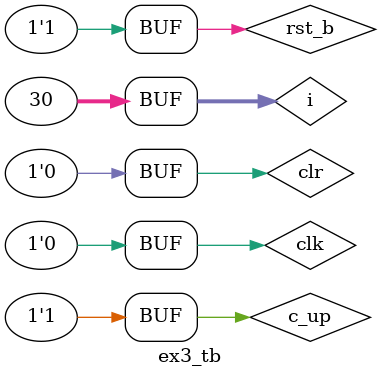
<source format=v>
module ex3(input clk, input rst_b, input clr, input c_up, output o);
  
  localparam s0=0, s1=1, s2=2, s3=3, s4=4, s5=5;
  reg [5:0] st;
  wire [5:0] st_next;
  
  assign st_next[s0]=(st[s0]&(~c_up|clr))|(st[s1]&clr)|(st[s2]&clr)|(st[s3]&clr)|(st[s4]&clr)|(st[s5]&(c_up|clr));
  assign st_next[s1]=(st[s0]&(c_up&~clr))|(st[s1]&(~c_up&~clr));
  assign st_next[s2]=(st[s1]&(c_up&~clr))|(st[s2]&(~c_up&~clr));
  assign st_next[s3]=(st[s2]&(c_up&~clr))|(st[s3]&(~c_up&~clr));
  assign st_next[s4]=(st[s3]&(c_up&~clr))|(st[s4]&(~c_up&~clr));
  assign st_next[s5]=(st[s4]&(c_up&~clr))|(st[s5]&(~c_up&~clr));
  
  always @(posedge clk, negedge rst_b) begin
    if(!rst_b) begin
      st<=0;
      st[s0]<=1;
    end
    else st<=st_next;
  end
  
  assign o=st[s0];
  
endmodule

module ex3_tb;
  
  reg clk, rst_b, c_up, clr;
  wire o;
  
  ex3 dut(
    .clk(clk),
    .rst_b(rst_b),
    .c_up(c_up),
    .clr(clr),
    .o(o)
  );
  
  initial begin
    clk=0;
    rst_b=0;
    clr=0;
    c_up=1;
  end
  
  integer i;
  initial begin
    for(i=0;i<30;i=i+1) begin
      #50 clk=~clk;
    end
  end
  
  initial begin
    #25 rst_b=1;
  end
  
  initial begin
    #600 clr=1;
    #100 clr=0;
    #500 clr=1;
    #100 clr=0;
  end
  
endmodule
</source>
